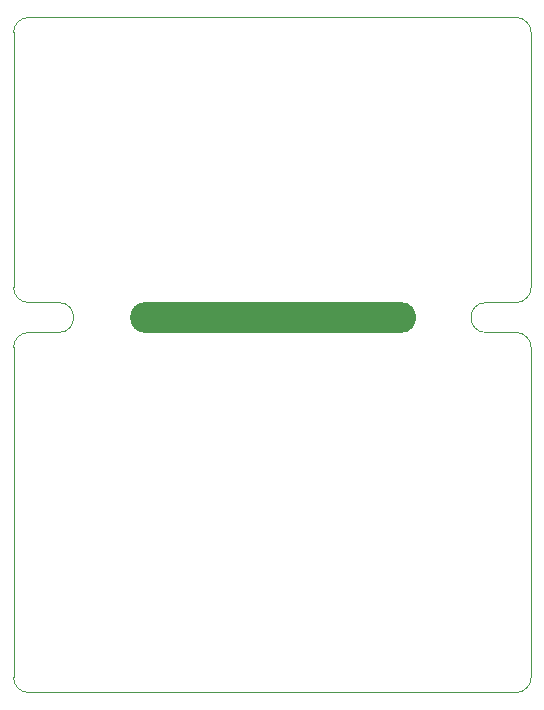
<source format=gbr>
%TF.GenerationSoftware,KiCad,Pcbnew,(6.0.10)*%
%TF.CreationDate,2023-01-31T16:55:15+01:00*%
%TF.ProjectId,LTP-305_dev_board,4c54502d-3330-4355-9f64-65765f626f61,rev?*%
%TF.SameCoordinates,Original*%
%TF.FileFunction,Profile,NP*%
%FSLAX46Y46*%
G04 Gerber Fmt 4.6, Leading zero omitted, Abs format (unit mm)*
G04 Created by KiCad (PCBNEW (6.0.10)) date 2023-01-31 16:55:15*
%MOMM*%
%LPD*%
G01*
G04 APERTURE LIST*
%TA.AperFunction,Profile*%
%ADD10C,0.100000*%
%TD*%
G04 APERTURE END LIST*
D10*
G36*
X159766000Y-68580000D02*
G01*
X159766000Y-68580000D01*
G75*
G02*
X159766000Y-71120000I0J-1270000D01*
G01*
X138176000Y-71120000D01*
G75*
G02*
X138176000Y-68580000I0J1270000D01*
G01*
X159766000Y-68580000D01*
G37*
X159766000Y-68580000D02*
X159766000Y-68580000D01*
G75*
G02*
X159766000Y-71120000I0J-1270000D01*
G01*
X138176000Y-71120000D01*
G75*
G02*
X138176000Y-68580000I0J1270000D01*
G01*
X159766000Y-68580000D01*
X167005000Y-71120000D02*
X169545000Y-71120000D01*
X169545000Y-101600000D02*
G75*
G03*
X170815000Y-100330000I0J1270000D01*
G01*
X127000000Y-45720000D02*
X127000000Y-67310000D01*
X127000000Y-72390000D02*
X127000000Y-100330000D01*
X170815000Y-45720000D02*
G75*
G03*
X169545000Y-44450000I-1270000J0D01*
G01*
X128270000Y-71120000D02*
X130810000Y-71120000D01*
X169545000Y-44450000D02*
X128270000Y-44450000D01*
X130810000Y-71120000D02*
G75*
G03*
X130810000Y-68580000I0J1270000D01*
G01*
X128270000Y-68580000D02*
X130810000Y-68580000D01*
X128270000Y-71120000D02*
G75*
G03*
X127000000Y-72390000I0J-1270000D01*
G01*
X170815000Y-45720000D02*
X170815000Y-67310000D01*
X127000000Y-100330000D02*
G75*
G03*
X128270000Y-101600000I1270000J0D01*
G01*
X128270000Y-44450000D02*
G75*
G03*
X127000000Y-45720000I0J-1270000D01*
G01*
X128270000Y-101600000D02*
X169545000Y-101600000D01*
X170815000Y-72390000D02*
X170815000Y-100330000D01*
X170815000Y-72390000D02*
G75*
G03*
X169545000Y-71120000I-1270000J0D01*
G01*
X169545000Y-68580000D02*
G75*
G03*
X170815000Y-67310000I0J1270000D01*
G01*
X167005000Y-68580000D02*
X169545000Y-68580000D01*
X167005000Y-68580000D02*
G75*
G03*
X167005000Y-71120000I0J-1270000D01*
G01*
X127000000Y-67310000D02*
G75*
G03*
X128270000Y-68580000I1270000J0D01*
G01*
M02*

</source>
